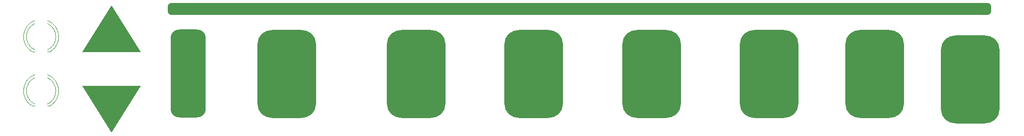
<source format=gto>
G04 #@! TF.GenerationSoftware,KiCad,Pcbnew,7.0.5-0*
G04 #@! TF.CreationDate,2024-12-30T17:13:37-05:00*
G04 #@! TF.ProjectId,ESP32_MIDI_v3a,45535033-325f-44d4-9944-495f7633612e,rev?*
G04 #@! TF.SameCoordinates,Original*
G04 #@! TF.FileFunction,Legend,Top*
G04 #@! TF.FilePolarity,Positive*
%FSLAX46Y46*%
G04 Gerber Fmt 4.6, Leading zero omitted, Abs format (unit mm)*
G04 Created by KiCad (PCBNEW 7.0.5-0) date 2024-12-30 17:13:37*
%MOMM*%
%LPD*%
G01*
G04 APERTURE LIST*
G04 Aperture macros list*
%AMRoundRect*
0 Rectangle with rounded corners*
0 $1 Rounding radius*
0 $2 $3 $4 $5 $6 $7 $8 $9 X,Y pos of 4 corners*
0 Add a 4 corners polygon primitive as box body*
4,1,4,$2,$3,$4,$5,$6,$7,$8,$9,$2,$3,0*
0 Add four circle primitives for the rounded corners*
1,1,$1+$1,$2,$3*
1,1,$1+$1,$4,$5*
1,1,$1+$1,$6,$7*
1,1,$1+$1,$8,$9*
0 Add four rect primitives between the rounded corners*
20,1,$1+$1,$2,$3,$4,$5,0*
20,1,$1+$1,$4,$5,$6,$7,0*
20,1,$1+$1,$6,$7,$8,$9,0*
20,1,$1+$1,$8,$9,$2,$3,0*%
%AMOutline4P*
0 Free polygon, 4 corners , with rotation*
0 The origin of the aperture is its center*
0 number of corners: always 4*
0 $1 to $8 corner X, Y*
0 $9 Rotation angle, in degrees counterclockwise*
0 create outline with 4 corners*
4,1,4,$1,$2,$3,$4,$5,$6,$7,$8,$1,$2,$9*%
G04 Aperture macros list end*
%ADD10C,0.120000*%
%ADD11RoundRect,0.500000X-69.500000X-0.500000X69.500000X-0.500000X69.500000X0.500000X-69.500000X0.500000X0*%
%ADD12RoundRect,2.500000X2.500000X-5.000000X2.500000X5.000000X-2.500000X5.000000X-2.500000X-5.000000X0*%
%ADD13Outline4P,-5.000000X-4.000000X5.000000X-4.000000X0.000000X4.000000X0.000000X4.000000X0.000000*%
%ADD14Outline4P,-5.000000X-4.000000X5.000000X-4.000000X0.000000X4.000000X0.000000X4.000000X180.000000*%
%ADD15RoundRect,1.500000X1.500000X-6.000000X1.500000X6.000000X-1.500000X6.000000X-1.500000X-6.000000X0*%
G04 APERTURE END LIST*
D10*
X37455000Y-94321500D02*
X37920000Y-94321500D01*
X40080000Y-94321500D02*
X40545000Y-94321500D01*
X37919173Y-88973686D02*
G75*
G03*
X37455170Y-94321499I1080827J-2787814D01*
G01*
X37919572Y-89507022D02*
G75*
G03*
X37920000Y-94016183I1080428J-2254478D01*
G01*
X40080000Y-94016184D02*
G75*
G03*
X40080429Y-89507021I-1080000J2254684D01*
G01*
X40544830Y-94321499D02*
G75*
G03*
X40080827Y-88973686I-1544830J2559999D01*
G01*
X37455000Y-103561500D02*
X37920000Y-103561500D01*
X40080000Y-103561500D02*
X40545000Y-103561500D01*
X37919173Y-98213686D02*
G75*
G03*
X37455170Y-103561499I1080827J-2787814D01*
G01*
X37919572Y-98747022D02*
G75*
G03*
X37920000Y-103256183I1080428J-2254478D01*
G01*
X40080000Y-103256184D02*
G75*
G03*
X40080429Y-98747021I-1080000J2254684D01*
G01*
X40544830Y-103561499D02*
G75*
G03*
X40080827Y-98213686I-1544830J2559999D01*
G01*
D11*
X130556000Y-87000000D03*
D12*
X122793423Y-98078000D03*
D13*
X51000000Y-90424000D03*
D12*
X80793423Y-98078000D03*
D14*
X51000000Y-104140000D03*
D12*
X142793423Y-98078000D03*
D15*
X64000000Y-98000000D03*
D12*
X102793423Y-98078000D03*
X180793423Y-98078000D03*
X197000000Y-99000000D03*
X162793423Y-98078000D03*
M02*

</source>
